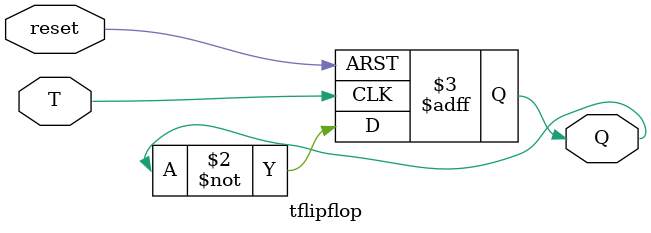
<source format=v>
module tflipflop (
    input wire T, reset,
    output reg Q
);

always @(posedge T, posedge reset) begin
    if (reset) begin
        Q = 1'd0;
    end else begin
        Q = ~Q;
    end
end

endmodule
</source>
